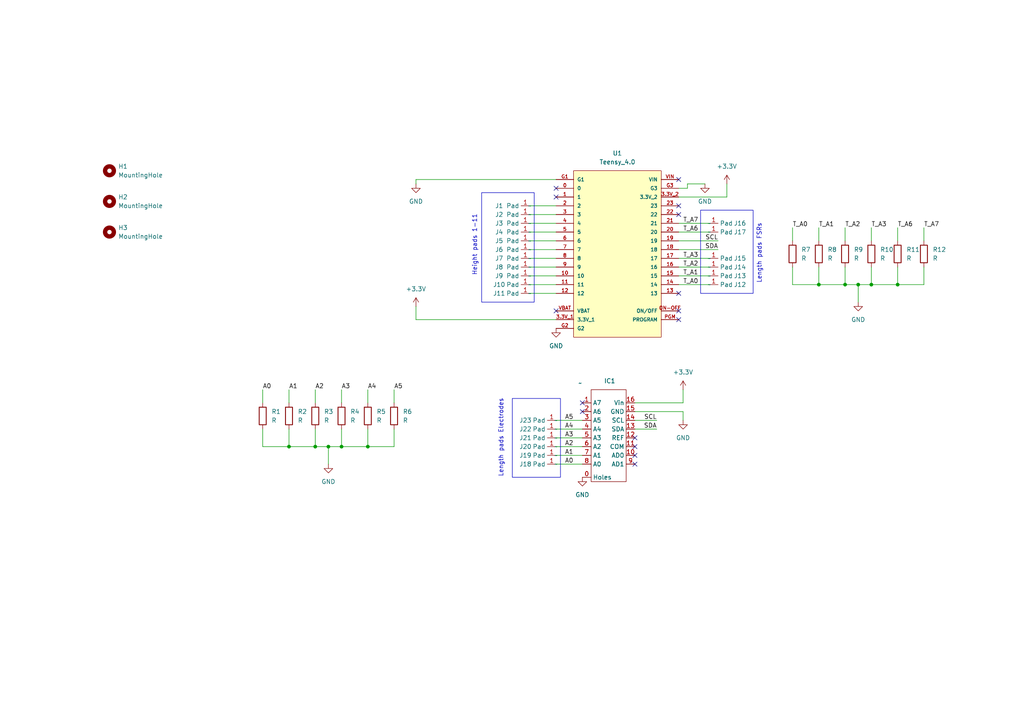
<source format=kicad_sch>
(kicad_sch (version 20230121) (generator eeschema)
  (paper "A4")
  (lib_symbols
    (symbol "Device:R" (pin_numbers hide) (pin_names (offset 0))
      (property "Reference" "R" (at 2.032 0 90))
      (property "Value" "R" (at 0 0 90))
      (symbol "R_0_1"
        (rectangle (start -1.016 -2.54) (end 1.016 2.54) (stroke (width 0.254)))
      )
      (symbol "R_1_1"
        (pin passive line (at 0 3.81 270) (length 1.27) (name "~") (number "1"))
        (pin passive line (at 0 -3.81 90) (length 1.27) (name "~") (number "2"))
      )
    )
    (symbol "MasterThesis_library:Adafruit_ADS7830"
      (property "Reference" "IC" (at -1.905 1.905 0))
      (symbol "Adafruit_ADS7830_0_1"
        (rectangle (start 1.27 0) (end 11.43 -26.67))
      )
      (symbol "Adafruit_ADS7830_1_1"
        (pin bidirectional line (at -1.27 -25.4 0) (length 2.54) (name "Holes") (number "0"))
        (pin bidirectional line (at -1.27 -3.81 0) (length 2.54) (name "A7") (number "1"))
        (pin bidirectional line (at 13.97 -19.05 180) (length 2.54) (name "AD0") (number "10"))
        (pin bidirectional line (at 13.97 -16.51 180) (length 2.54) (name "COM") (number "11"))
        (pin bidirectional line (at 13.97 -13.97 180) (length 2.54) (name "REF") (number "12"))
        (pin bidirectional line (at 13.97 -11.43 180) (length 2.54) (name "SDA") (number "13"))
        (pin bidirectional line (at 13.97 -8.89 180) (length 2.54) (name "SCL") (number "14"))
        (pin bidirectional line (at 13.97 -6.35 180) (length 2.54) (name "GND") (number "15"))
        (pin bidirectional line (at 13.97 -3.81 180) (length 2.54) (name "Vin") (number "16"))
        (pin bidirectional line (at -1.27 -6.35 0) (length 2.54) (name "A6") (number "2"))
        (pin bidirectional line (at -1.27 -8.89 0) (length 2.54) (name "A5") (number "3"))
        (pin bidirectional line (at -1.27 -11.43 0) (length 2.54) (name "A4") (number "4"))
        (pin bidirectional line (at -1.27 -13.97 0) (length 2.54) (name "A3") (number "5"))
        (pin bidirectional line (at -1.27 -16.51 0) (length 2.54) (name "A2") (number "6"))
        (pin bidirectional line (at -1.27 -19.05 0) (length 2.54) (name "A1") (number "7"))
        (pin bidirectional line (at -1.27 -21.59 0) (length 2.54) (name "A0") (number "8"))
        (pin bidirectional line (at 13.97 -21.59 180) (length 2.54) (name "AD1") (number "9"))
      )
    )
    (symbol "MasterThesis_library:TH_Pad"
      (property "Reference" "J" (at 0 3.81 0))
      (symbol "TH_Pad_1_1"
        (pin bidirectional line (at 0 0 0) (length 2.54) (name "Pad") (number "1"))
      )
    )
    (symbol "MasterThesis_library:Teensy_4.0" (pin_names (offset 1.016))
      (property "Reference" "U" (at -12.7 23.622 0))
      (property "Value" "Teensy_4.0" (at -12.7 -27.94 0))
      (symbol "Teensy_4.0_0_0"
        (rectangle (start -12.7 22.86) (end 12.7 -25.4) (stroke (width 0.1524)) (fill (type background)))
        (pin bidirectional line (at -17.78 17.78 0) (length 5.08) (name "0") (number "0"))
        (pin bidirectional line (at -17.78 15.24 0) (length 5.08) (name "1") (number "1"))
        (pin bidirectional line (at -17.78 -7.62 0) (length 5.08) (name "10") (number "10"))
        (pin bidirectional line (at -17.78 -10.16 0) (length 5.08) (name "11") (number "11"))
        (pin bidirectional line (at -17.78 -12.7 0) (length 5.08) (name "12") (number "12"))
        (pin bidirectional line (at 17.78 -12.7 180) (length 5.08) (name "13") (number "13"))
        (pin bidirectional line (at 17.78 -10.16 180) (length 5.08) (name "14") (number "14"))
        (pin bidirectional line (at 17.78 -7.62 180) (length 5.08) (name "15") (number "15"))
        (pin bidirectional line (at 17.78 -5.08 180) (length 5.08) (name "16") (number "16"))
        (pin bidirectional line (at 17.78 -2.54 180) (length 5.08) (name "17") (number "17"))
        (pin bidirectional line (at 17.78 0 180) (length 5.08) (name "18") (number "18"))
        (pin bidirectional line (at 17.78 2.54 180) (length 5.08) (name "19") (number "19"))
        (pin bidirectional line (at -17.78 12.7 0) (length 5.08) (name "2") (number "2"))
        (pin bidirectional line (at 17.78 5.08 180) (length 5.08) (name "20") (number "20"))
        (pin bidirectional line (at 17.78 7.62 180) (length 5.08) (name "21") (number "21"))
        (pin bidirectional line (at 17.78 10.16 180) (length 5.08) (name "22") (number "22"))
        (pin bidirectional line (at 17.78 12.7 180) (length 5.08) (name "23") (number "23"))
        (pin bidirectional line (at -17.78 10.16 0) (length 5.08) (name "3") (number "3"))
        (pin power_in line (at -17.78 -20.32 0) (length 5.08) (name "3.3V_1") (number "3.3V_1"))
        (pin power_in line (at 17.78 15.24 180) (length 5.08) (name "3.3V_2") (number "3.3V_2"))
        (pin bidirectional line (at -17.78 7.62 0) (length 5.08) (name "4") (number "4"))
        (pin bidirectional line (at -17.78 5.08 0) (length 5.08) (name "5") (number "5"))
        (pin bidirectional line (at -17.78 2.54 0) (length 5.08) (name "6") (number "6"))
        (pin bidirectional line (at -17.78 0 0) (length 5.08) (name "7") (number "7"))
        (pin bidirectional line (at -17.78 -2.54 0) (length 5.08) (name "8") (number "8"))
        (pin bidirectional line (at -17.78 -5.08 0) (length 5.08) (name "9") (number "9"))
        (pin power_in line (at -17.78 20.32 0) (length 5.08) (name "G1") (number "G1"))
        (pin power_in line (at -17.78 -22.86 0) (length 5.08) (name "G2") (number "G2"))
        (pin power_in line (at 17.78 17.78 180) (length 5.08) (name "G3") (number "G3"))
        (pin bidirectional line (at 17.78 -20.32 180) (length 5.08) (name "PROGRAM") (number "PGM"))
        (pin power_in line (at -17.78 -17.78 0) (length 5.08) (name "VBAT") (number "VBAT"))
        (pin power_in line (at 17.78 20.32 180) (length 5.08) (name "VIN") (number "VIN"))
      )
      (symbol "Teensy_4.0_1_0"
        (pin bidirectional line (at 17.78 -17.78 180) (length 5.08) (name "ON/OFF") (number "ON-OFF"))
      )
    )
    (symbol "Mechanical:MountingHole" (pin_names (offset 1.016))
      (property "Reference" "H" (at 0 5.08 0))
      (property "Value" "MountingHole" (at 0 3.175 0))
      (symbol "MountingHole_0_1"
        (circle (center 0 0) (radius 1.27) (stroke (width 1.27)))
      )
    )
    (symbol "power:+3.3V" (power) (pin_names (offset 0))
      (property "Value" "+3.3V" (at 0 3.556 0))
      (symbol "+3.3V_0_1"
        (polyline (pts (xy -0.762 1.27) (xy 0 2.54)))
        (polyline (pts (xy 0 0) (xy 0 2.54)))
        (polyline (pts (xy 0 2.54) (xy 0.762 1.27)))
      )
      (symbol "+3.3V_1_1"
        (pin power_in line (at 0 0 90) (length 0) hide (name "+3.3V") (number "1"))
      )
    )
    (symbol "power:GND" (power) (pin_names (offset 0))
      (property "Value" "GND" (at 0 -3.81 0))
      (symbol "GND_0_1"
        (polyline (pts (xy 0 0) (xy 0 -1.27) (xy 1.27 -1.27) (xy 0 -2.54) (xy -1.27 -1.27) (xy 0 -1.27)))
      )
      (symbol "GND_1_1"
        (pin power_in line (at 0 0 270) (length 0) hide (name "GND") (number "1"))
      )
    )
  )
  (junction (at 260.35 82.55))
  (junction (at 83.82 129.54))
  (junction (at 237.49 82.55))
  (junction (at 91.44 129.54))
  (junction (at 95.25 129.54))
  (junction (at 106.68 129.54))
  (junction (at 245.11 82.55))
  (junction (at 252.73 82.55))
  (junction (at 248.92 82.55))
  (junction (at 99.06 129.54))
  (no_connect (at 184.15 134.62))
  (no_connect (at 168.91 116.84))
  (no_connect (at 161.29 54.61))
  (no_connect (at 184.15 129.54))
  (no_connect (at 196.85 92.71))
  (no_connect (at 184.15 127))
  (no_connect (at 196.85 59.69))
  (no_connect (at 161.29 90.17))
  (no_connect (at 184.15 132.08))
  (no_connect (at 196.85 62.23))
  (no_connect (at 168.91 119.38))
  (no_connect (at 161.29 57.15))
  (no_connect (at 196.85 52.07))
  (no_connect (at 196.85 90.17))
  (no_connect (at 196.85 85.09))
  (wire (pts (xy 153.67 77.47) (xy 161.29 77.47)))
  (wire (pts (xy 267.97 66.04) (xy 267.97 69.85)))
  (wire (pts (xy 114.3 129.54) (xy 106.68 129.54)))
  (wire (pts (xy 91.44 129.54) (xy 91.44 124.46)))
  (wire (pts (xy 161.29 127) (xy 168.91 127)))
  (wire (pts (xy 196.85 72.39) (xy 208.28 72.39)))
  (wire (pts (xy 198.12 119.38) (xy 198.12 121.92)))
  (wire (pts (xy 210.82 57.15) (xy 210.82 53.34)))
  (wire (pts (xy 99.06 129.54) (xy 99.06 124.46)))
  (wire (pts (xy 153.67 59.69) (xy 161.29 59.69)))
  (wire (pts (xy 83.82 129.54) (xy 91.44 129.54)))
  (wire (pts (xy 153.67 82.55) (xy 161.29 82.55)))
  (wire (pts (xy 184.15 124.46) (xy 190.5 124.46)))
  (wire (pts (xy 260.35 66.04) (xy 260.35 69.85)))
  (wire (pts (xy 153.67 80.01) (xy 161.29 80.01)))
  (wire (pts (xy 198.12 116.84) (xy 198.12 113.03)))
  (wire (pts (xy 196.85 67.31) (xy 205.74 67.31)))
  (wire (pts (xy 91.44 129.54) (xy 95.25 129.54)))
  (wire (pts (xy 199.39 53.34) (xy 204.47 53.34)))
  (wire (pts (xy 252.73 82.55) (xy 252.73 77.47)))
  (wire (pts (xy 199.39 54.61) (xy 196.85 54.61)))
  (wire (pts (xy 196.85 74.93) (xy 205.74 74.93)))
  (wire (pts (xy 106.68 129.54) (xy 106.68 124.46)))
  (wire (pts (xy 114.3 129.54) (xy 114.3 124.46)))
  (wire (pts (xy 153.67 62.23) (xy 161.29 62.23)))
  (wire (pts (xy 153.67 85.09) (xy 161.29 85.09)))
  (wire (pts (xy 161.29 52.07) (xy 120.65 52.07)))
  (wire (pts (xy 106.68 113.03) (xy 106.68 116.84)))
  (wire (pts (xy 237.49 82.55) (xy 245.11 82.55)))
  (wire (pts (xy 260.35 82.55) (xy 252.73 82.55)))
  (wire (pts (xy 153.67 69.85) (xy 161.29 69.85)))
  (wire (pts (xy 196.85 69.85) (xy 208.28 69.85)))
  (wire (pts (xy 153.67 72.39) (xy 161.29 72.39)))
  (wire (pts (xy 196.85 77.47) (xy 205.74 77.47)))
  (wire (pts (xy 76.2 113.03) (xy 76.2 116.84)))
  (wire (pts (xy 83.82 113.03) (xy 83.82 116.84)))
  (wire (pts (xy 99.06 113.03) (xy 99.06 116.84)))
  (wire (pts (xy 161.29 129.54) (xy 168.91 129.54)))
  (wire (pts (xy 196.85 64.77) (xy 205.74 64.77)))
  (wire (pts (xy 245.11 66.04) (xy 245.11 69.85)))
  (wire (pts (xy 196.85 57.15) (xy 210.82 57.15)))
  (wire (pts (xy 237.49 82.55) (xy 237.49 77.47)))
  (wire (pts (xy 120.65 52.07) (xy 120.65 53.34)))
  (wire (pts (xy 91.44 113.03) (xy 91.44 116.84)))
  (wire (pts (xy 153.67 64.77) (xy 161.29 64.77)))
  (wire (pts (xy 184.15 119.38) (xy 198.12 119.38)))
  (wire (pts (xy 267.97 82.55) (xy 267.97 77.47)))
  (wire (pts (xy 260.35 82.55) (xy 260.35 77.47)))
  (wire (pts (xy 229.87 82.55) (xy 229.87 77.47)))
  (wire (pts (xy 248.92 82.55) (xy 248.92 87.63)))
  (wire (pts (xy 95.25 129.54) (xy 95.25 134.62)))
  (wire (pts (xy 184.15 121.92) (xy 190.5 121.92)))
  (wire (pts (xy 199.39 53.34) (xy 199.39 54.61)))
  (wire (pts (xy 120.65 92.71) (xy 120.65 88.9)))
  (wire (pts (xy 106.68 129.54) (xy 99.06 129.54)))
  (wire (pts (xy 245.11 82.55) (xy 248.92 82.55)))
  (wire (pts (xy 267.97 82.55) (xy 260.35 82.55)))
  (wire (pts (xy 114.3 113.03) (xy 114.3 116.84)))
  (wire (pts (xy 237.49 66.04) (xy 237.49 69.85)))
  (wire (pts (xy 83.82 129.54) (xy 83.82 124.46)))
  (wire (pts (xy 161.29 134.62) (xy 168.91 134.62)))
  (wire (pts (xy 161.29 92.71) (xy 120.65 92.71)))
  (wire (pts (xy 196.85 82.55) (xy 205.74 82.55)))
  (wire (pts (xy 161.29 124.46) (xy 168.91 124.46)))
  (wire (pts (xy 99.06 129.54) (xy 95.25 129.54)))
  (wire (pts (xy 76.2 129.54) (xy 76.2 124.46)))
  (wire (pts (xy 229.87 66.04) (xy 229.87 69.85)))
  (wire (pts (xy 161.29 132.08) (xy 168.91 132.08)))
  (wire (pts (xy 196.85 80.01) (xy 205.74 80.01)))
  (wire (pts (xy 76.2 129.54) (xy 83.82 129.54)))
  (wire (pts (xy 161.29 121.92) (xy 168.91 121.92)))
  (wire (pts (xy 153.67 74.93) (xy 161.29 74.93)))
  (wire (pts (xy 252.73 66.04) (xy 252.73 69.85)))
  (wire (pts (xy 153.67 67.31) (xy 161.29 67.31)))
  (wire (pts (xy 184.15 116.84) (xy 198.12 116.84)))
  (wire (pts (xy 252.73 82.55) (xy 248.92 82.55)))
  (wire (pts (xy 229.87 82.55) (xy 237.49 82.55)))
  (wire (pts (xy 245.11 82.55) (xy 245.11 77.47)))
  (rectangle (start 139.7 55.88) (end 154.94 87.63))
  (rectangle (start 203.2 60.96) (end 218.44 85.09))
  (rectangle (start 148.59 115.57) (end 162.56 138.43))
  (text "Height pads 1-11" (at 138.43 80.01 90) (effects (font (size 1.27 1.27)) (justify left bottom)))
  (text "Length pads Electrodes" (at 146.05 138.43 90) (effects (font (size 1.27 1.27)) (justify left bottom)))
  (text "Length pads FSRs" (at 220.98 64.77 90) (effects (font (size 1.27 1.27)) (justify right bottom)))
  (label "A0" (at 76.2 113.03 0))
  (label "T_A7" (at 267.97 66.04 0))
  (label "SCL" (at 190.5 121.92 180))
  (label "A2" (at 163.83 129.54 0))
  (label "SDA" (at 208.28 72.39 180))
  (label "T_A6" (at 198.12 67.31 0))
  (label "T_A2" (at 245.11 66.04 0))
  (label "A5" (at 163.83 121.92 0))
  (label "SCL" (at 208.28 69.85 180))
  (label "A5" (at 114.3 113.03 0))
  (label "T_A6" (at 260.35 66.04 0))
  (label "A0" (at 163.83 134.62 0))
  (label "A4" (at 106.68 113.03 0))
  (label "A2" (at 91.44 113.03 0))
  (label "A1" (at 163.83 132.08 0))
  (label "T_A3" (at 198.12 74.93 0))
  (label "T_A0" (at 229.87 66.04 0))
  (label "T_A7" (at 198.12 64.77 0))
  (label "A1" (at 83.82 113.03 0))
  (label "A4" (at 163.83 124.46 0))
  (label "T_A2" (at 198.12 77.47 0))
  (label "T_A1" (at 237.49 66.04 0))
  (label "T_A3" (at 252.73 66.04 0))
  (label "T_A1" (at 198.12 80.01 0))
  (label "A3" (at 99.06 113.03 0))
  (label "A3" (at 163.83 127 0))
  (label "SDA" (at 190.5 124.46 180))
  (label "T_A0" (at 198.12 82.55 0))
  (symbol (lib_id "MasterThesis_library:Teensy_4.0") (at 179.07 72.39 0) (unit 1)
    (property "Reference" "U1" (at 179.07 44.45 0))
    (property "Value" "Teensy_4.0" (at 179.07 46.99 0))
    (property "Footprint" "MasterThesis_library:Teensy_4.0" (effects hide))
    (property "MF" "SparkFun Electronics" (effects hide))
    (property "MAXIMUM_PACKAGE_HEIGHT" "5.87mm" (effects hide))
    (property "Package" "None" (effects hide))
    (property "Price" "None" (effects hide))
    (property "Check_prices" "https://www.snapeda.com/parts/DEV-15583/SparkFun+Electronics/view-part/?ref=eda" (effects hide))
    (property "STANDARD" "Manufacturer Recommendations" (effects hide))
    (property "SnapEDA_Link" "https://www.snapeda.com/parts/DEV-15583/SparkFun+Electronics/view-part/?ref=snap" (effects hide))
    (property "MP" "DEV-15583" (effects hide))
    (property "Purchase-URL" "https://www.snapeda.com/api/url_track_click_mouser/?unipart_id=4001229&manufacturer=SparkFun Electronics&part_name=DEV-15583&search_term=None" (effects hide))
    (property "Description" "\nRT1062 Teensy 4.0 series ARM® Cortex®-M7 MPU Embedded Evaluation Board\n" (effects hide))
    (property "Availability" "In Stock" (effects hide))
    (property "MANUFACTURER" "Sparkfun" (effects hide))
  )
  (symbol (lib_id "Device:R") (at 114.3 120.65 0) (unit 1)
    (property "Reference" "R6" (at 116.84 119.38 0) (effects (justify left)))
    (property "Value" "R" (at 116.84 121.92 0) (effects (justify left)))
    (property "Footprint" "Resistor_SMD:R_1206_3216Metric_Pad1.30x1.75mm_HandSolder" (effects hide))
  )
  (symbol (lib_id "MasterThesis_library:TH_Pad") (at 161.29 132.08 180) (unit 1)
    (property "Reference" "J19" (at 152.4 132.08 0))
    (property "Value" "~" (at 161.29 132.08 0))
    (property "Footprint" "MasterThesis_library:TH_Pad" (effects hide))
  )
  (symbol (lib_id "MasterThesis_library:TH_Pad") (at 153.67 85.09 180) (unit 1)
    (property "Reference" "J11" (at 144.78 85.09 0))
    (property "Value" "~" (at 153.67 85.09 0))
    (property "Footprint" "MasterThesis_library:TH_Pad" (effects hide))
  )
  (symbol (lib_id "Mechanical:MountingHole") (at 31.75 58.42 0) (unit 1)
    (property "Reference" "H2" (at 34.29 57.15 0) (effects (justify left)))
    (property "Value" "MountingHole" (at 34.29 59.69 0) (effects (justify left)))
    (property "Footprint" "MountingHole:MountingHole_2.7mm_M2.5_DIN965_Pad" (effects hide))
  )
  (symbol (lib_id "power:+3.3V") (at 198.12 113.03 0) (unit 1)
    (property "Reference" "#PWR06" (effects hide))
    (property "Value" "+3.3V" (at 198.12 107.95 0))
  )
  (symbol (lib_id "power:GND") (at 95.25 134.62 0) (unit 1)
    (property "Reference" "#PWR08" (effects hide))
    (property "Value" "GND" (at 95.25 139.7 0))
  )
  (symbol (lib_id "power:GND") (at 120.65 53.34 0) (unit 1)
    (property "Reference" "#PWR01" (effects hide))
    (property "Value" "GND" (at 120.65 58.42 0))
  )
  (symbol (lib_id "Device:R") (at 260.35 73.66 0) (unit 1)
    (property "Reference" "R11" (at 262.89 72.39 0) (effects (justify left)))
    (property "Value" "R" (at 262.89 74.93 0) (effects (justify left)))
    (property "Footprint" "Resistor_SMD:R_1206_3216Metric_Pad1.30x1.75mm_HandSolder" (effects hide))
  )
  (symbol (lib_id "MasterThesis_library:TH_Pad") (at 153.67 64.77 180) (unit 1)
    (property "Reference" "J3" (at 144.78 64.77 0))
    (property "Value" "~" (at 153.67 64.77 0))
    (property "Footprint" "MasterThesis_library:TH_Pad" (effects hide))
  )
  (symbol (lib_id "power:GND") (at 204.47 53.34 0) (unit 1)
    (property "Reference" "#PWR02" (effects hide))
    (property "Value" "GND" (at 204.47 58.42 0))
  )
  (symbol (lib_id "Device:R") (at 252.73 73.66 0) (unit 1)
    (property "Reference" "R10" (at 255.27 72.39 0) (effects (justify left)))
    (property "Value" "R" (at 255.27 74.93 0) (effects (justify left)))
    (property "Footprint" "Resistor_SMD:R_1206_3216Metric_Pad1.30x1.75mm_HandSolder" (effects hide))
  )
  (symbol (lib_id "Device:R") (at 237.49 73.66 0) (unit 1)
    (property "Reference" "R8" (at 240.03 72.39 0) (effects (justify left)))
    (property "Value" "R" (at 240.03 74.93 0) (effects (justify left)))
    (property "Footprint" "Resistor_SMD:R_1206_3216Metric_Pad1.30x1.75mm_HandSolder" (effects hide))
  )
  (symbol (lib_id "MasterThesis_library:TH_Pad") (at 161.29 134.62 180) (unit 1)
    (property "Reference" "J18" (at 152.4 134.62 0))
    (property "Value" "~" (at 161.29 134.62 0))
    (property "Footprint" "MasterThesis_library:TH_Pad" (effects hide))
  )
  (symbol (lib_id "power:GND") (at 161.29 95.25 0) (unit 1)
    (property "Reference" "#PWR03" (effects hide))
    (property "Value" "GND" (at 161.29 100.33 0))
  )
  (symbol (lib_id "MasterThesis_library:TH_Pad") (at 205.74 77.47 0) (unit 1)
    (property "Reference" "J14" (at 214.63 77.47 0))
    (property "Value" "~" (at 205.74 77.47 0))
    (property "Footprint" "MasterThesis_library:TH_Pad" (effects hide))
  )
  (symbol (lib_id "power:GND") (at 198.12 121.92 0) (unit 1)
    (property "Reference" "#PWR07" (effects hide))
    (property "Value" "GND" (at 198.12 127 0))
  )
  (symbol (lib_id "Mechanical:MountingHole") (at 31.75 67.31 0) (unit 1)
    (property "Reference" "H3" (at 34.29 66.04 0) (effects (justify left)))
    (property "Value" "MountingHole" (at 34.29 68.58 0) (effects (justify left)))
    (property "Footprint" "MountingHole:MountingHole_2.7mm_M2.5_DIN965_Pad" (effects hide))
  )
  (symbol (lib_id "MasterThesis_library:TH_Pad") (at 153.67 77.47 180) (unit 1)
    (property "Reference" "J8" (at 144.78 77.47 0))
    (property "Value" "~" (at 153.67 77.47 0))
    (property "Footprint" "MasterThesis_library:TH_Pad" (effects hide))
  )
  (symbol (lib_id "Device:R") (at 91.44 120.65 0) (unit 1)
    (property "Reference" "R3" (at 93.98 119.38 0) (effects (justify left)))
    (property "Value" "R" (at 93.98 121.92 0) (effects (justify left)))
    (property "Footprint" "Resistor_SMD:R_1206_3216Metric_Pad1.30x1.75mm_HandSolder" (effects hide))
  )
  (symbol (lib_id "Device:R") (at 99.06 120.65 0) (unit 1)
    (property "Reference" "R4" (at 101.6 119.38 0) (effects (justify left)))
    (property "Value" "R" (at 101.6 121.92 0) (effects (justify left)))
    (property "Footprint" "Resistor_SMD:R_1206_3216Metric_Pad1.30x1.75mm_HandSolder" (effects hide))
  )
  (symbol (lib_id "MasterThesis_library:TH_Pad") (at 205.74 80.01 0) (unit 1)
    (property "Reference" "J13" (at 214.63 80.01 0))
    (property "Value" "~" (at 205.74 80.01 0))
    (property "Footprint" "MasterThesis_library:TH_Pad" (effects hide))
  )
  (symbol (lib_id "MasterThesis_library:TH_Pad") (at 153.67 67.31 180) (unit 1)
    (property "Reference" "J4" (at 144.78 67.31 0))
    (property "Value" "~" (at 153.67 67.31 0))
    (property "Footprint" "MasterThesis_library:TH_Pad" (effects hide))
  )
  (symbol (lib_id "MasterThesis_library:TH_Pad") (at 153.67 74.93 180) (unit 1)
    (property "Reference" "J7" (at 144.78 74.93 0))
    (property "Value" "~" (at 153.67 74.93 0))
    (property "Footprint" "MasterThesis_library:TH_Pad" (effects hide))
  )
  (symbol (lib_id "MasterThesis_library:TH_Pad") (at 205.74 67.31 0) (unit 1)
    (property "Reference" "J17" (at 214.63 67.31 0))
    (property "Value" "~" (at 205.74 67.31 0))
    (property "Footprint" "MasterThesis_library:TH_Pad" (effects hide))
  )
  (symbol (lib_id "Device:R") (at 106.68 120.65 0) (unit 1)
    (property "Reference" "R5" (at 109.22 119.38 0) (effects (justify left)))
    (property "Value" "R" (at 109.22 121.92 0) (effects (justify left)))
    (property "Footprint" "Resistor_SMD:R_1206_3216Metric_Pad1.30x1.75mm_HandSolder" (effects hide))
  )
  (symbol (lib_id "MasterThesis_library:TH_Pad") (at 205.74 82.55 0) (unit 1)
    (property "Reference" "J12" (at 214.63 82.55 0))
    (property "Value" "~" (at 205.74 82.55 0))
    (property "Footprint" "MasterThesis_library:TH_Pad" (effects hide))
  )
  (symbol (lib_id "power:GND") (at 248.92 87.63 0) (unit 1)
    (property "Reference" "#PWR09" (effects hide))
    (property "Value" "GND" (at 248.92 92.71 0))
  )
  (symbol (lib_id "MasterThesis_library:TH_Pad") (at 153.67 59.69 180) (unit 1)
    (property "Reference" "J1" (at 144.78 59.69 0))
    (property "Value" "~" (at 153.67 59.69 0))
    (property "Footprint" "MasterThesis_library:TH_Pad" (effects hide))
  )
  (symbol (lib_id "power:GND") (at 168.91 138.43 0) (unit 1)
    (property "Reference" "#PWR010" (effects hide))
    (property "Value" "GND" (at 168.91 143.51 0))
  )
  (symbol (lib_id "Device:R") (at 83.82 120.65 0) (unit 1)
    (property "Reference" "R2" (at 86.36 119.38 0) (effects (justify left)))
    (property "Value" "R" (at 86.36 121.92 0) (effects (justify left)))
    (property "Footprint" "Resistor_SMD:R_1206_3216Metric_Pad1.30x1.75mm_HandSolder" (effects hide))
  )
  (symbol (lib_id "Device:R") (at 76.2 120.65 0) (unit 1)
    (property "Reference" "R1" (at 78.74 119.38 0) (effects (justify left)))
    (property "Value" "R" (at 78.74 121.92 0) (effects (justify left)))
    (property "Footprint" "Resistor_SMD:R_1206_3216Metric_Pad1.30x1.75mm_HandSolder" (effects hide))
  )
  (symbol (lib_id "MasterThesis_library:TH_Pad") (at 205.74 64.77 0) (unit 1)
    (property "Reference" "J16" (at 214.63 64.77 0))
    (property "Value" "~" (at 205.74 64.77 0))
    (property "Footprint" "MasterThesis_library:TH_Pad" (effects hide))
  )
  (symbol (lib_id "MasterThesis_library:TH_Pad") (at 205.74 74.93 0) (unit 1)
    (property "Reference" "J15" (at 214.63 74.93 0))
    (property "Value" "~" (at 205.74 74.93 0))
    (property "Footprint" "MasterThesis_library:TH_Pad" (effects hide))
  )
  (symbol (lib_id "Device:R") (at 229.87 73.66 0) (unit 1)
    (property "Reference" "R7" (at 232.41 72.39 0) (effects (justify left)))
    (property "Value" "R" (at 232.41 74.93 0) (effects (justify left)))
    (property "Footprint" "Resistor_SMD:R_1206_3216Metric_Pad1.30x1.75mm_HandSolder" (effects hide))
  )
  (symbol (lib_id "MasterThesis_library:TH_Pad") (at 153.67 69.85 180) (unit 1)
    (property "Reference" "J5" (at 144.78 69.85 0))
    (property "Value" "~" (at 153.67 69.85 0))
    (property "Footprint" "MasterThesis_library:TH_Pad" (effects hide))
  )
  (symbol (lib_id "MasterThesis_library:TH_Pad") (at 153.67 80.01 180) (unit 1)
    (property "Reference" "J9" (at 144.78 80.01 0))
    (property "Value" "~" (at 153.67 80.01 0))
    (property "Footprint" "MasterThesis_library:TH_Pad" (effects hide))
  )
  (symbol (lib_id "MasterThesis_library:TH_Pad") (at 161.29 121.92 180) (unit 1)
    (property "Reference" "J23" (at 152.4 121.92 0))
    (property "Value" "~" (at 161.29 121.92 0))
    (property "Footprint" "MasterThesis_library:TH_Pad" (effects hide))
  )
  (symbol (lib_id "Mechanical:MountingHole") (at 31.75 49.53 0) (unit 1)
    (property "Reference" "H1" (at 34.29 48.26 0) (effects (justify left)))
    (property "Value" "MountingHole" (at 34.29 50.8 0) (effects (justify left)))
    (property "Footprint" "MountingHole:MountingHole_2.7mm_M2.5_DIN965_Pad" (effects hide))
  )
  (symbol (lib_id "power:+3.3V") (at 210.82 53.34 0) (unit 1)
    (property "Reference" "#PWR04" (effects hide))
    (property "Value" "+3.3V" (at 210.82 48.26 0))
  )
  (symbol (lib_id "Device:R") (at 245.11 73.66 0) (unit 1)
    (property "Reference" "R9" (at 247.65 72.39 0) (effects (justify left)))
    (property "Value" "R" (at 247.65 74.93 0) (effects (justify left)))
    (property "Footprint" "Resistor_SMD:R_1206_3216Metric_Pad1.30x1.75mm_HandSolder" (effects hide))
  )
  (symbol (lib_id "MasterThesis_library:TH_Pad") (at 153.67 82.55 180) (unit 1)
    (property "Reference" "J10" (at 144.78 82.55 0))
    (property "Value" "~" (at 153.67 82.55 0))
    (property "Footprint" "MasterThesis_library:TH_Pad" (effects hide))
  )
  (symbol (lib_id "power:+3.3V") (at 120.65 88.9 0) (unit 1)
    (property "Reference" "#PWR05" (effects hide))
    (property "Value" "+3.3V" (at 120.65 83.82 0))
  )
  (symbol (lib_id "MasterThesis_library:TH_Pad") (at 153.67 62.23 180) (unit 1)
    (property "Reference" "J2" (at 144.78 62.23 0))
    (property "Value" "~" (at 153.67 62.23 0))
    (property "Footprint" "MasterThesis_library:TH_Pad" (effects hide))
  )
  (symbol (lib_id "Device:R") (at 267.97 73.66 0) (unit 1)
    (property "Reference" "R12" (at 270.51 72.39 0) (effects (justify left)))
    (property "Value" "R" (at 270.51 74.93 0) (effects (justify left)))
    (property "Footprint" "Resistor_SMD:R_1206_3216Metric_Pad1.30x1.75mm_HandSolder" (effects hide))
  )
  (symbol (lib_id "MasterThesis_library:TH_Pad") (at 161.29 124.46 180) (unit 1)
    (property "Reference" "J22" (at 152.4 124.46 0))
    (property "Value" "~" (at 161.29 124.46 0))
    (property "Footprint" "MasterThesis_library:TH_Pad" (effects hide))
  )
  (symbol (lib_id "MasterThesis_library:TH_Pad") (at 161.29 127 180) (unit 1)
    (property "Reference" "J21" (at 152.4 127 0))
    (property "Value" "~" (at 161.29 127 0))
    (property "Footprint" "MasterThesis_library:TH_Pad" (effects hide))
  )
  (symbol (lib_id "MasterThesis_library:Adafruit_ADS7830") (at 170.18 113.03 0) (unit 1)
    (property "Reference" "IC1" (at 176.8475 110.49 0))
    (property "Value" "~" (at 168.275 111.125 0))
    (property "Footprint" "MasterThesis_library:Adafruit_ADS7830_Breakout" (effects hide))
  )
  (symbol (lib_id "MasterThesis_library:TH_Pad") (at 153.67 72.39 180) (unit 1)
    (property "Reference" "J6" (at 144.78 72.39 0))
    (property "Value" "~" (at 153.67 72.39 0))
    (property "Footprint" "MasterThesis_library:TH_Pad" (effects hide))
  )
  (symbol (lib_id "MasterThesis_library:TH_Pad") (at 161.29 129.54 180) (unit 1)
    (property "Reference" "J20" (at 152.4 129.54 0))
    (property "Value" "~" (at 161.29 129.54 0))
    (property "Footprint" "MasterThesis_library:TH_Pad" (effects hide))
  )
)
</source>
